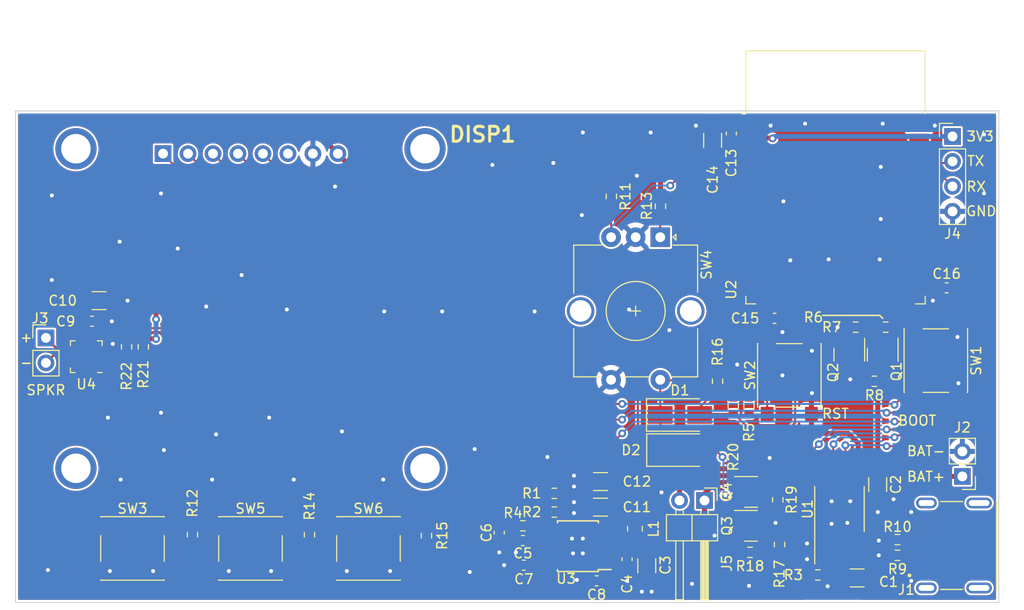
<source format=kicad_pcb>
(kicad_pcb (version 20211014) (generator pcbnew)
  (layers (0 "F.Cu" signal) (31 "B.Cu" signal) (34 "B.Paste" user) (35 "F.Paste" user) (36 "B.SilkS" user "B.Silkscreen") (37 "F.SilkS" user "F.Silkscreen") (38 "B.Mask" user) (39 "F.Mask" user) (44 "Edge.Cuts" user))
  (net 0 "")
  (net 1 "OLED_MOSI")
  (net 2 "OLED_CLK")
  (net 3 "OLED_CS")
  (net 4 "OLED_DC")
  (net 5 "OLED_RST")
  (net 7 "+3V3")
  (net 8 "Net-(R3-Pad1)")
  (net 9 "+5V")
  (net 10 "+BATT")
  (net 11 "Net-(R21-Pad1)")
  (net 13 "CHRG")
  (net 14 "STBY")
  (net 15 "I2S_DIN")
  (net 22 "I2S_SD_MODE")
  (net 23 "I2S_LRCLK")
  (net 24 "Net-(C3-Pad1)")
  (net 27 "Net-(C15-Pad2)")
  (net 28 "Net-(C16-Pad1)")
  (net 31 "Net-(C8-Pad2)")
  (net 32 "Net-(L1-Pad1)")
  (net 33 "Net-(R1-Pad2)")
  (net 34 "Net-(C5-Pad1)")
  (net 36 "Net-(C7-Pad1)")
  (net 37 "I2S_BCLK")
  (net 38 "Net-(J3-Pad1)")
  (net 39 "Net-(J3-Pad2)")
  (net 40 "Net-(C6-Pad1)")
  (net 43 "Net-(D2-Pad2)")
  (net 49 "Net-(J1-PadA5)")
  (net 52 "Net-(J1-PadB5)")
  (net 53 "Net-(J4-Pad2)")
  (net 59 "Net-(J4-Pad3)")
  (net 60 "Net-(Q1-Pad1)")
  (net 61 "Net-(Q1-Pad2)")
  (net 62 "ADC_ENABLE")
  (net 63 "Net-(Q3-Pad2)")
  (net 64 "ADC IN")
  (net 65 "ENC_B")
  (net 66 "BTN_1")
  (net 67 "ENC_A")
  (net 68 "BTN_2")
  (net 69 "BTN_3")
  (net 70 "ENC_BTN")
  (net 71 "PWR_CTRL")
  (net 72 "GND")
  (net 73 "ENC_S1")
  (footprint "Capacitor_SMD:C_1206_3216Metric" (layer "F.Cu") (at 115.6 77.5 180)
    (fp_text reference "C1")
    (fp_text value "10u")
  )
  (footprint "Package_TO_SOT_SMD:SOT-23" (layer "F.Cu") (at 118.2 54.8 -90)
    (fp_text reference "Q1")
    (fp_text value "Q_PMOS_DGS")
  )
  (footprint "Capacitor_SMD:C_0603_1608Metric" (layer "F.Cu") (at 124.7 48)
    (fp_text reference "C16")
    (fp_text value "100n")
  )
  (footprint "Package_TO_SOT_SMD:SOT-23" (layer "F.Cu") (at 104.8 72.2)
    (fp_text reference "Q3")
    (fp_text value "Q_NMOS_DGS")
  )
  (footprint "Capacitor_SMD:C_0603_1608Metric" (layer "F.Cu") (at 81.7 76.2 180)
    (fp_text reference "C7")
    (fp_text value "10n")
  )
  (footprint "Package_SO:SOP-8-1EP_4.57x4.57mm_P1.27mm_EP4.57x4.45mm" (layer "F.Cu") (at 113.8 70.5 90)
    (fp_text reference "U1")
    (fp_text value "TP4056")
  )
  (footprint "Resistor_SMD:R_0603_1608Metric" (layer "F.Cu") (at 90.6 38.7 -90)
    (fp_text reference "R11")
    (fp_text value "10k")
  )
  (footprint "Resistor_SMD:R_0603_1608Metric" (layer "F.Cu") (at 111.6 77.2 180)
    (fp_text reference "R3")
    (fp_text value "1k2")
  )
  (footprint "Resistor_SMD:R_0603_1608Metric" (layer "F.Cu") (at 95.6 39.7 -90)
    (fp_text reference "R13")
    (fp_text value "10k")
  )
  (footprint "Resistor_SMD:R_0603_1608Metric" (layer "F.Cu") (at 107.7 74.1 90)
    (fp_text reference "R17")
    (fp_text value "10k")
  )
  (footprint "Capacitor_SMD:C_1206_3216Metric" (layer "F.Cu") (at 100.9 33 -90)
    (fp_text reference "C14")
    (fp_text value "10u")
  )
  (footprint "Resistor_SMD:R_0603_1608Metric" (layer "F.Cu") (at 104.7 74.9)
    (fp_text reference "R18")
    (fp_text value "100")
  )
  (footprint "RF_Module:ESP32-WROOM-32" (layer "F.Cu") (at 113.4 39.75)
    (fp_text reference "U2")
    (fp_text value "ESP32-WROOM-32")
  )
  (footprint "wyswietlacze:L_2010Metric" (layer "F.Cu") (at 93 72.5 90)
    (fp_text reference "L1")
    (fp_text value "2.2u")
  )
  (footprint "Button_Switch_SMD:SW_Push_1P1T_NO_6x6mm_H9.5mm" (layer "F.Cu") (at 53.9 74.5)
    (fp_text reference "SW5")
    (fp_text value "SW_2")
  )
  (footprint "wyswietlacze:MOLEX_105450-0101" (layer "F.Cu") (at 126 74.2 90)
    (fp_text reference "J1")
    (fp_text value "105450-0101")
  )
  (footprint "Package_SO:TI_SO-PowerPAD-8" (layer "F.Cu") (at 87.2035 74.275 180)
    (fp_text reference "U3")
    (fp_text value "TPS5432")
  )
  (footprint "Capacitor_SMD:C_0603_1608Metric" (layer "F.Cu") (at 92.2 75.6 -90)
    (fp_text reference "C4")
    (fp_text value "100n")
  )
  (footprint "Resistor_SMD:R_0603_1608Metric" (layer "F.Cu") (at 59.9 73.1 90)
    (fp_text reference "R14")
    (fp_text value "10k")
  )
  (footprint "Resistor_SMD:R_0603_1608Metric" (layer "F.Cu") (at 84.8 68.9 180)
    (fp_text reference "R1")
    (fp_text value "47k")
  )
  (footprint "Connector_PinHeader_2.54mm:PinHeader_1x02_P2.54mm_Vertical" (layer "F.Cu") (at 33.1 53.09)
    (fp_text reference "J3")
    (fp_text value "Conn_01x02")
  )
  (footprint "Capacitor_SMD:C_0603_1608Metric" (layer "F.Cu") (at 102.8 32.3 -90)
    (fp_text reference "C13")
    (fp_text value "100n")
  )
  (footprint "Resistor_SMD:R_0603_1608Metric" (layer "F.Cu") (at 115.45 52 180)
    (fp_text reference "R7")
    (fp_text value "330k")
  )
  (footprint "Capacitor_SMD:C_0603_1608Metric" (layer "F.Cu") (at 89.1 77.8)
    (fp_text reference "C8")
    (fp_text value "100n")
  )
  (footprint "Capacitor_SMD:C_0603_1608Metric" (layer "F.Cu") (at 81.6 73.7 180)
    (fp_text reference "C5")
    (fp_text value "56n")
  )
  (footprint "Package_TO_SOT_SMD:SOT-23" (layer "F.Cu") (at 104.825 68.75)
    (fp_text reference "Q4")
    (fp_text value "Q_PMOS_DGS")
  )
  (footprint "Button_Switch_SMD:SW_Push_1P1T_NO_6x6mm_H9.5mm" (layer "F.Cu") (at 41.9 74.5)
    (fp_text reference "SW3")
    (fp_text value "SW_1")
  )
  (footprint "Capacitor_SMD:C_1206_3216Metric" (layer "F.Cu") (at 89.5 70.3 180)
    (fp_text reference "C11")
    (fp_text value "22u")
  )
  (footprint "Resistor_SMD:R_0603_1608Metric" (layer "F.Cu") (at 41.3 54 90)
    (fp_text reference "R22")
    (fp_text value "100k")
  )
  (footprint "Package_TO_SOT_SMD:SOT-23" (layer "F.Cu") (at 114.8 54.8 -90)
    (fp_text reference "Q2")
    (fp_text value "Q_NMOS_DGS")
  )
  (footprint "Button_Switch_SMD:SW_Push_1P1T_NO_6x6mm_H9.5mm" (layer "F.Cu") (at 65.9 74.5)
    (fp_text reference "SW6")
    (fp_text value "SW_3")
  )
  (footprint "Resistor_SMD:R_0603_1608Metric" (layer "F.Cu") (at 43 54 90)
    (fp_text reference "R21")
    (fp_text value "100k")
  )
  (footprint "Connector_PinHeader_2.54mm:PinHeader_1x02_P2.54mm_Vertical" (layer "F.Cu") (at 126.3 67.175 180)
    (fp_text reference "J2")
    (fp_text value "Conn_01x02")
  )
  (footprint "Capacitor_SMD:C_1206_3216Metric" (layer "F.Cu") (at 38.5 49.3 180)
    (fp_text reference "C10")
    (fp_text value "10u")
  )
  (footprint "Diode_SMD:D_SMA" (layer "F.Cu") (at 97.575 60.925)
    (fp_text reference "D1")
    (fp_text value "D_Schottky")
  )
  (footprint "Capacitor_SMD:C_0603_1608Metric" (layer "F.Cu") (at 107.2 51.1 180)
    (fp_text reference "C15")
    (fp_text value "100n")
  )
  (footprint "Capacitor_SMD:C_1206_3216Metric" (layer "F.Cu") (at 89.5 67.7 180)
    (fp_text reference "C12")
    (fp_text value "22u")
  )
  (footprint "Capacitor_SMD:C_0603_1608Metric" (layer "F.Cu") (at 79.2 72.9 -90)
    (fp_text reference "C6")
    (fp_text value "5n6")
  )
  (footprint "Resistor_SMD:R_0603_1608Metric" (layer "F.Cu") (at 103 60 -90)
    (fp_text reference "R20")
    (fp_text value "10k")
  )
  (footprint "Diode_SMD:D_SMA" (layer "F.Cu") (at 97.6 64.5)
    (fp_text reference "D2")
    (fp_text value "D_Schottky")
  )
  (footprint "Rotary_Encoder:RotaryEncoder_Alps_EC12E-Switch_Vertical_H20mm_CircularMountingHoles" (layer "F.Cu") (at 95.575 42.85 -90)
    (fp_text reference "SW4")
    (fp_text value "Rot_Enc")
  )
  (footprint "Resistor_SMD:R_0603_1608Metric" (layer "F.Cu") (at 119.7 75.2 180)
    (fp_text reference "R9")
    (fp_text value "5k1")
  )
  (footprint "Resistor_SMD:R_0603_1608Metric" (layer "F.Cu") (at 101.4 57.5 90)
    (fp_text reference "R16")
    (fp_text value "0")
  )
  (footprint "Connector_PinHeader_2.54mm:PinHeader_1x02_P2.54mm_Horizontal" (layer "F.Cu") (at 100.075 69.625 -90)
    (fp_text reference "J5")
    (fp_text value "Conn_01x02_Male")
  )
  (footprint "Resistor_SMD:R_0603_1608Metric" (layer "F.Cu") (at 48 73.1 90)
    (fp_text reference "R12")
    (fp_text value "10k")
  )
  (footprint "Capacitor_SMD:C_0603_1608Metric" (layer "F.Cu") (at 37.8 51.4 180)
    (fp_text reference "C9")
    (fp_text value "100n")
  )
  (footprint "Connector_PinHeader_2.54mm:PinHeader_1x04_P2.54mm_Vertical" (layer "F.Cu") (at 125.3 32.6)
    (fp_text reference "J4")
    (fp_text value "Conn_01x04")
  )
  (footprint "Resistor_SMD:R_0603_1608Metric" (layer "F.Cu") (at 118.5 52 180)
    (fp_text reference "R6")
    (fp_text value "100k")
  )
  (footprint "Resistor_SMD:R_0603_1608Metric" (layer "F.Cu") (at 119.7 73.6 180)
    (fp_text reference "R10")
    (fp_text value "5k1")
  )
  (footprint "Resistor_SMD:R_0603_1608Metric" (layer "F.Cu") (at 107.525 69.55 -90)
    (fp_text reference "R19")
    (fp_text value "10k")
  )
  (footprint "Resistor_SMD:R_0603_1608Metric" (layer "F.Cu") (at 84.806 70.8)
    (fp_text reference "R2")
    (fp_text value "15k")
  )
  (footprint "Resistor_SMD:R_0603_1608Metric" (layer "F.Cu") (at 81.6 72.2 180)
    (fp_text reference "R4")
    (fp_text value "5k6")
  )
  (footprint "wyswietlacze:waveshare_oled" (layer "F.Cu") (at 53.9 50.1)
    (fp_text reference "DISP1")
    (fp_text value "OLED(B)" hide)
  )
  (footprint "Capacitor_SMD:C_1206_3216Metric" (layer "F.Cu") (at 94.2035 76.275 -90)
    (fp_text reference "C3")
    (fp_text value "10u")
  )
  (footprint "Resistor_SMD:R_0603_1608Metric" (layer "F.Cu") (at 117.35 57.5 180)
    (fp_text reference "R8")
    (fp_text value "10k")
  )
  (footprint "Button_Switch_SMD:SW_Push_1P1T_NO_6x6mm_H9.5mm" (layer "F.Cu") (at 108.7 56.9 -90)
    (fp_text reference "SW2")
    (fp_text value "SW_RST")
  )
  (footprint "Package_DFN_QFN:TQFN-16-1EP_3x3mm_P0.5mm_EP1.23x1.23mm" (layer "F.Cu") (at 37.2 55 180)
    (fp_text reference "U4")
    (fp_text value "MAX98357")
  )
  (footprint "Resistor_SMD:R_0603_1608Metric" (layer "F.Cu") (at 104.6 60 -90)
    (fp_text reference "R5")
    (fp_text value "10k")
  )
  (footprint "Button_Switch_SMD:SW_Push_1P1T_NO_6x6mm_H9.5mm" (layer "F.Cu") (at 123.6 55.4 90)
    (fp_text reference "SW1")
    (fp_text value "SW_BOOT")
  )
  (footprint "Resistor_SMD:R_0603_1608Metric" (layer "F.Cu") (at 71.8 73.2 90)
    (fp_text reference "R15")
    (fp_text value "10k")
  )
  (footprint "Capacitor_SMD:C_1206_3216Metric" (layer "F.Cu") (at 117.69 68 -90)
    (fp_text reference "C2")
    (fp_text value "10u")
  )
  (gr_line (start 117.9 50.8) (end 118.2 51.1) (layer "F.SilkS") (width 0.15))
  (gr_line (start 117.1 50.8) (end 117.9 50.8) (layer "F.SilkS") (width 0.15))
  (gr_line (start 112.1 50.8) (end 117.1 50.8) (layer "F.SilkS") (width 0.15))
  (gr_rect (start 30 80) (end 130 30) (layer "Edge.Cuts") (width 0.1) (fill none))
  (gr_text "BAT+" (at 122.6 67.2) (layer "F.SilkS") (effects (font (size 1 1))))
  (gr_text "RX" (at 126.63 37.71) (layer "F.SilkS") (effects (font (size 1 1)) (justify left)))
  (gr_text "GND" (at 126.6 40.2) (layer "F.SilkS") (effects (font (size 1 1)) (justify left)))
  (gr_text "-\n" (at 31.1 55.6) (layer "F.SilkS") (effects (font (size 1 1))))
  (gr_text "SPKR" (at 33.1 58.4) (layer "F.SilkS") (effects (font (size 1 1))))
  (gr_text "BAT-" (at 122.6 64.6) (layer "F.SilkS") (effects (font (size 1 1))))
  (gr_text "BOOT" (at 121.7 61.5) (layer "F.SilkS") (effects (font (size 1 1))))
  (gr_text "3V3" (at 126.63 32.6) (layer "F.SilkS") (effects (font (size 1 1)) (justify left)))
  (gr_text "TX" (at 126.7 35.1) (layer "F.SilkS") (effects (font (size 1 1)) (justify left)))
  (gr_text "RST" (at 113.4 60.8) (layer "F.SilkS") (effects (font (size 1 1))))
  (gr_text "+" (at 31.1 53.04) (layer "F.SilkS") (effects (font (size 1 1))))
  (segment (start 101.455 37.845) (end 104.9 37.845) (width 0.2) (layer "F.Cu") (net 1))
  (segment (start 88.4 44.8) (end 97.2 44.8) (width 0.2) (layer "F.Cu") (net 1))
  (segment (start 98.2 41.1) (end 101.455 37.845) (width 0.2) (layer "F.Cu") (net 1))
  (segment (start 55.17 34.35) (end 61.12 40.3) (width 0.2) (layer "F.Cu") (net 1))
  (segment (start 97.2 44.8) (end 98.2 43.8) (width 0.2) (layer "F.Cu") (net 1))
  (segment (start 83.9 40.3) (end 88.4 44.8) (width 0.2) (layer "F.Cu") (net 1))
  (segment (start 61.12 40.3) (end 83.9 40.3) (width 0.2) (layer "F.Cu") (net 1))
  (segment (start 98.2 43.8) (end 98.2 41.1) (width 0.2) (layer "F.Cu") (net 1))
  (segment (start 52.63 34.35) (end 60.88 42.6) (width 0.2) (layer "F.Cu") (net 2))
  (segment (start 99.3 44.2) (end 99.3 42.4) (width 0.2) (layer "F.Cu") (net 2))
  (segment (start 83.5 42.6) (end 86.5 45.6) (width 0.2) (layer "F.Cu") (net 2))
  (segment (start 102.585 39.115) (end 104.9 39.115) (width 0.2) (layer "F.Cu") (net 2))
  (segment (start 97.9 45.6) (end 99.3 44.2) (width 0.2) (layer "F.Cu") (net 2))
  (segment (start 60.88 42.6) (end 83.5 42.6) (width 0.2) (layer "F.Cu") (net 2))
  (segment (start 99.3 42.4) (end 102.585 39.115) (width 0.2) (layer "F.Cu") (net 2))
  (segment (start 86.5 45.6) (end 97.9 45.6) (width 0.2) (layer "F.Cu") (net 2))
  (segment (start 102.815 40.385) (end 104.9 40.385) (width 0.2) (layer "F.Cu") (net 3))
  (segment (start 100.4 42.8) (end 102.815 40.385) (width 0.2) (layer "F.Cu") (net 3))
  (segment (start 85.8 46.3) (end 98.4 46.3) (width 0.2) (layer "F.Cu") (net 3))
  (segment (start 60.14 44.4) (end 83.9 44.4) (width 0.2) (layer "F.Cu") (net 3))
  (segment (start 50.09 34.35) (end 60.14 44.4) (width 0.2) (layer "F.Cu") (net 3))
  (segment (start 83.9 44.4) (end 85.8 46.3) (width 0.2) (layer "F.Cu") (net 3))
  (segment (start 100.4 44.3) (end 100.4 42.8) (width 0.2) (layer "F.Cu") (net 3))
  (segment (start 98.4 46.3) (end 100.4 44.3) (width 0.2) (layer "F.Cu") (net 3))
  (segment (start 47.55 34.35) (end 59.3 46.1) (width 0.2) (layer "F.Cu") (net 4))
  (segment (start 84.6 47) (end 98.7 47) (width 0.2) (layer "F.Cu") (net 4))
  (segment (start 101.7 44) (end 101.7 43.4) (width 0.2) (layer "F.Cu") (net 4))
  (segment (start 59.3 46.1) (end 83.7 46.1) (width 0.2) (layer "F.Cu") (net 4))
  (segment (start 101.7 43.4) (end 103.445 41.655) (width 0.2) (layer "F.Cu") (net 4))
  (segment (start 103.445 41.655) (end 104.9 41.655) (width 0.2) (layer "F.Cu") (net 4))
  (segment (start 83.7 46.1) (end 84.6 47) (width 0.2) (layer "F.Cu") (net 4))
  (segment (start 98.7 47) (end 101.7 44) (width 0.2) (layer "F.Cu") (net 4))
  (segment (start 45.01 34.41) (end 58.3 47.7) (width 0.2) (layer "F.Cu") (net 5))
  (segment (start 45.01 34.35) (end 45.01 34.41) (width 0.2) (layer "F.Cu") (net 5))
  (segment (start 103.875 42.925) (end 104.9 42.925) (width 0.2) (layer "F.Cu") (net 5))
  (segment (start 58.3 47.7) (end 99.1 47.7) (width 0.2) (layer "F.Cu") (net 5))
  (segment (start 99.1 47.7) (end 103.875 42.925) (width 0.2) (layer "F.Cu") (net 5))
  (segment (start 97.375 34.475) (end 100.9 34.475) (width 0.5) (layer "F.Cu") (net 7))
  (segment (start 62.79 34.39) (end 66.3 37.9) (width 0.5) (layer "F.Cu") (net 7))
  (segment (start 44.3 49.6) (end 41.8 47.1) (width 0.5) (layer "F.Cu") (net 7))
  (segment (start 37.025 49.3) (end 37.025 51.4) (width 0.5) (layer "F.Cu") (net 7))
  (segment (start 91.025 66.175) (end 93.3 63.9) (width 0.2) (layer "F.Cu") (net 7))
  (segment (start 44.3 51.2) (end 44.3 49.6) (width 0.5) (layer "F.Cu") (net 7))
  (segment (start 100.9 34.475) (end 101.4 34.475) (width 0.5) (layer "F.Cu") (net 7))
  (segment (start 38.2 47.1) (end 37.025 48.275) (width 0.5) (layer "F.Cu") (net 7))
  (segment (start 74.075 74.025) (end 81.325 66.775) (width 0.5) (layer "F.Cu") (net 7))
  (segment (start 37.025 48.275) (end 37.025 49.3) (width 0.5) (layer "F.Cu") (net 7))
  (segment (start 90.7 65.9) (end 90.975 66.175) (width 0.5) (layer "F.Cu") (net 7))
  (segment (start 101.4 34.475) (end 102.8 33.075) (width 0.5) (layer "F.Cu") (net 7))
  (segment (start 86.5 65.9) (end 90.7 65.9) (width 0.5) (layer "F.Cu") (net 7))
  (segment (start 103.11 32.765) (end 104.9 32.765) (width 0.5) (layer "F.Cu") (net 7))
  (segment (start 37.025 39.575) (end 41.9 34.7) (width 0.5) (layer "F.Cu") (net 7))
  (segment (start 91 67.725) (end 90.975 67.7) (width 0.5) (layer "F.Cu") (net 7))
  (segment (start 94.4 55.8) (end 102.1 55.8) (width 0.2) (layer "F.Cu") (net 7))
  (segment (start 90.575 37.9) (end 90.6 37.875) (width 0.5) (layer "F.Cu") (net 7))
  (segment (start 41.9 33.4) (end 43.4 31.9) (width 0.5) (layer "F.Cu") (net 7))
  (segment (start 85.625 68.9) (end 85.625 66.775) (width 0.5) (layer "F.Cu") (net 7))
  (segment (start 62.79 34.35) (end 62.79 34.39) (width 0.5) (layer "F.Cu") (net 7))
  (segment (start 66.3 37.9) (end 90.575 37.9) (width 0.5) (layer "F.Cu") (net 7))
  (segment (start 36.95 53.5625) (end 36.95 51.475) (width 0.2) (layer "F.Cu") (net 7))
  (segment (start 90.6 35.175) (end 91.3 34.475) (width 0.5) (layer "F.Cu") (net 7))
  (segment (start 102.1 55.8) (end 103 56.7) (width 0.2) (layer "F.Cu") (net 7))
  (segment (start 31.3 51.5) (end 33.5 49.3) (width 0.5) (layer "F.Cu") (net 7))
  (segment (start 43.4 31.9) (end 60.34 31.9) (width 0.5) (layer "F.Cu") (net 7))
  (segment (start 48 73.925) (end 59.9 73.925) (width 0.5) (layer "F.Cu") (net 7))
  (segment (start 95.6 36.25) (end 97.375 34.475) (width 0.5) (layer "F.Cu") (net 7))
  (segment (start 71.7 73.925) (end 71.8 74.025) (width 0.5) (layer "F.Cu") (net 7))
  (segment (start 43 53.175) (end 44.275 53.175) (width 0.5) (layer "F.Cu") (net 7))
  (segment (start 95.6 38.875) (end 95.6 36.25) (width 0.5) (layer "F.Cu") (net 7))
  (segment (start 60.34 31.9) (end 62.79 34.35) (width 0.5) (layer "F.Cu") (net 7))
  (segment (start 48 73.925) (end 35.825 73.925) (width 0.5) (layer "F.Cu") (net 7))
  (segment (start 90.975 66.175) (end 90.975 67.7) (width 0.5) (layer "F.Cu") (net 7))
  (segment (start 36.95 51.475) (end 37.025 51.4) (width 0.5) (layer "F.Cu") (net 7))
  (segment (start 103 59.175) (end 104.6 59.175) (width 0.2) (layer "F.Cu") (net 7))
  (segment (start 93.3 56.9) (end 94.4 55.8) (width 0.2) (layer "F.Cu") (net 7))
  (segment (start 81.325 66.775) (end 85.625 66.775) (width 0.5) (layer "F.Cu") (net 7))
  (segment (start 93 71.775) (end 91.95 71.775) (width 0.5) (layer "F.Cu") (net 7))
  (segment (start 106.965 32.765) (end 107 32.8) (width 0.5) (layer "F.Cu") (net 7))
  (segment (start 59.9 73.925) (end 71.7 73.925) (width 0.5) (layer "F.Cu") (net 7))
  (segment (start 91 70.825) (end 91 67.725) (width 0.5) (layer "F.Cu") (net 7))
  (segment (start 33.5 49.3) (end 37.025 49.3) (width 0.5) (layer "F.Cu") (net 7))
  (segment (start 71.8 74.025) (end 74.075 74.025) (width 0.5) (layer "F.Cu") (net 7))
  (segment (start 41.9 34.7) (end 41.9 33.4) (width 0.5) (layer "F.Cu") (net 7))
  (segment (start 37.025 49.3) (end 37.025 39.575) (width 0.5) (layer "F.Cu") (net 7))
  (segment (start 44.275 53.175) (end 44.3 53.2) (width 0.5) (layer "F.Cu") (net 7))
  (segment (start 85.625 66.775) (end 86.5 65.9) (width 0.5) (layer "F.Cu") (net 7))
  (segment (start 90.6 37.875) (end 90.6 35.175) (width 0.5) (layer "F.Cu") (net 7))
  (segment (start 90.975 66.175) (end 91.025 66.175) (width 0.5) (layer "F.Cu") (net 7))
  (segment (start 93.3 63.9) (end 93.3 56.9) (width 0.2) (layer "F.Cu") (net 7))
  (segment (start 104.9 32.765) (end 106.965 32.765) (width 0.5) (layer "F.Cu") (net 7))
  (segment (start 31.3 69.4) (end 31.3 51.5) (width 0.5) (layer "F.Cu") (net 7))
  (segment (start 91.3 34.475) (end 97.375 34.475) (width 0.5) (layer "F.Cu") (net 7))
  (segment (start 41.8 47.1) (end 38.2 47.1) (width 0.5) (layer "F.Cu") (net 7))
  (segment (start 91.95 71.775) (end 91 70.825) (width 0.5) (layer "F.Cu") (net 7))
  (segment (start 103 56.7) (end 103 59.175) (width 0.2) (layer "F.Cu") (net 7))
  (segment (start 35.825 73.925) (end 31.3 69.4) (width 0.5) (layer "F.Cu") (net 7))
  (segment (start 102.8 33.075) (end 103.11 32.765) (width 0.5) (layer "F.Cu") (net 7))
  (via (at 44.3 53.2) (size 0.8) (drill 0.4) (layers "F.Cu" "B.Cu") (net 7))
  (via (at 44.3 51.2) (size 0.8) (drill 0.4) (layers "F.Cu" "B.Cu") (net 7))
  (via (at 107 32.8) (size 0.8) (drill 0.4) (layers "F.Cu" "B.Cu") (net 7))
  (segment (start 44.3 53.2) (end 44.3 51.2) (width 0.5) (layer "B.Cu") (net 7))
  (segment (start 108.6 32.6) (end 107.2 32.6) (width 0.5) (layer "B.Cu") (net 7))
  (segment (start 125.3 32.6) (end 108.4 32.6) (width 0.5) (layer "B.Cu") (net 7))
  (segment (start 107.2 32.6) (end 107 32.8) (width 0.5) (layer "B.Cu") (net 7))
  (segment (start 112.425 77.2) (end 112.425 76.975) (width 0.2) (layer "F.Cu") (net 8))
  (segment (start 113.165 76.235) (end 113.165 74.65) (width 0.2) (layer "F.Cu") (net 8))
  (segment (start 112.425 76.975) (end 113.165 76.235) (width 0.2) (layer "F.Cu") (net 8))
  (segment (start 111.35 66.35) (end 111.895 66.35) (width 0.5) (layer "F.Cu") (net 9))
  (segment (start 121.7 75.7) (end 122.8 75.7) (width 0.25) (layer "F.Cu") (net 9))
  (segment (start 115.705 76.13) (end 117.075 77.5) (width 0.5) (layer "F.Cu") (net 9))
  (segment (start 117.265 77.6) (end 115.665 79.2) (width 0.5) (layer "F.Cu") (net 9))
  (segment (start 117.55 72.75) (end 117.547918 72.75) (width 0.5) (layer "F.Cu") (net 9))
  (segment (start 110.5 79.2) (end 109.4 78.1) (width 0.5) (layer "F.Cu") (net 9))
  (segment (start 123.05 75.45) (end 123.73 75.45) (width 0.25) (layer "F.Cu") (net 9))
  (segment (start 109.4 68.3) (end 111.35 66.35) (width 0.5) (layer "F.Cu") (net 9))
  (segment (start 123.73 72.95) (end 123.05 72.95) (width 0.25) (layer "F.Cu") (net 9))
  (segment (start 123.05 72.95) (end 122.8 72.7) (width 0.25) (layer "F.Cu") (net 9))
  (segment (start 119.1 77.5) (end 119.9 77.5) (width 0.25) (layer "F.Cu") (net 9))
  (segment (start 121.1 72.2) (end 118.1 72.2) (width 0.5) (layer "F.Cu") (net 9))
  (segment (start 109.4 78.1) (end 109.4 68.3) (width 0.5) (layer "F.Cu") (net 9))
  (segment (start 119.9 77.5) (end 121.7 75.7) (width 0.25) (layer "F.Cu") (net 9))
  (segment (start 117.547918 72.75) (end 115.705 74.592918) (width 0.5) (layer "F.Cu") (net 9))
  (segment (start 118.1 72.2) (end 117.55 72.75) (width 0.5) (layer "F.Cu") (net 9))
  (segment (start 122.8 72.7) (end 121.6 72.7) (width 0.25) (layer "F.Cu") (net 9))
  (segment (start 115.665 79.2) (end 110.5 79.2) (width 0.5) (layer "F.Cu") (net 9))
  (segment (start 121.6 72.7) (end 121.1 72.2) (width 0.25) (layer "F.Cu") (net 9))
  (segment (start 122.8 75.7) (end 123.05 75.45) (width 0.25) (layer "F.Cu") (net 9))
  (segment (start 119.1 77.5) (end 117.075 77.5) (width 0.5) (layer "F.Cu") (net 9))
  (segment (start 115.705 74.592918) (end 115.705 76.13) (width 0.5) (layer "F.Cu") (net 9))
  (segment (start 118.175 57.5) (end 118.175 55.7625) (width 0.5) (layer "F.Cu") (net 10))
  (segment (start 118.175 58.325) (end 118.175 57.5) (width 0.5) (layer "F.Cu") (net 10))
  (segment (start 114.7 62.8) (end 115.705 63.805) (width 0.5) (layer "F.Cu") (net 10))
  (segment (start 107.525 66.375) (end 107.525 68.725) (width 0.5) (layer "F.Cu") (net 10))
  (segment (start 117.69 66.525) (end 123.4 66.525) (width 0.5) (layer "F.Cu") (net 10))
  (segment (start 115.705 66.5) (end 117.665 66.5) (width 0.5) (layer "F.Cu") (net 10))
  (segment (start 97.535 68.225) (end 99.36 66.4) (width 0.5) (layer "F.Cu") (net 10))
  (segment (start 110 63.9) (end 107.525 66.375) (width 0.5) (layer "F.Cu") (net 10))
  (segment (start 110.075 63.875) (end 111.15 62.8) (width 0.5) (layer "F.Cu") (net 10))
  (segment (start 103.4 66.4) (end 105.925 63.875) (width 0.5) (layer "F.Cu") (net 10))
  (segment (start 123.4 66.525) (end 124.05 67.175) (width 0.5) (layer "F.Cu") (net 10))
  (segment (start 97.535 69.625) (end 97.535 68.225) (width 0.5) (layer "F.Cu") (net 10))
  (segment (start 124.05 67.175) (end 126.3 67.175) (width 0.5) (layer "F.Cu") (net 10))
  (segment (start 99.36 66.4) (end 103.4 66.4) (width 0.5) (layer "F.Cu") (net 10))
  (segment (start 107.5 68.75) (end 107.525 68.725) (width 0.5) (layer "F.Cu") (net 10))
  (segment (start 111.15 62.8) (end 114.7 62.8) (width 0.5) (layer "F.Cu") (net 10))
  (segment (start 105.925 63.875) (end 110.075 63.875) (width 0.5) (layer "F.Cu") (net 10))
  (segment (start 117.69 58.81) (end 118.175 58.325) (width 0.5) (layer "F.Cu") (net 10))
  (segment (start 117.665 66.5) (end 117.69 66.525) (width 0.5) (layer "F.Cu") (net 10))
  (segment (start 115.705 63.805) (end 115.705 66.5) (width 0.5) (layer "F.Cu") (net 10))
  (segment (start 117.69 66.525) (end 117.69 58.81) (width 0.5) (layer "F.Cu") (net 10))
  (segment (start 118.175 55.7625) (end 118.2 55.7375) (width 0.5) (layer "F.Cu") (net 10))
  (segment (start 105.7625 68.75) (end 107.5 68.75) (width 0.5) (layer "F.Cu") (net 10))
  (segment (start 39.55 55.25) (end 39.975 54.825) (width 0.2) (layer "F.Cu") (net 11))
  (segment (start 39.975 54.825) (end 43 54.825) (width 0.2) (layer "F.Cu") (net 11))
  (segment (start 38.6375 55.25) (end 39.55 55.25) (width 0.2) (layer "F.Cu") (net 11))
  (segment (start 124.55 62.2) (end 127.05 62.2) (width 0.2) (layer "F.Cu") (net 13))
  (segment (start 127.05 62.2) (end 128.4 60.85) (width 0.2) (layer "F.Cu") (net 13))
  (segment (start 123.75 63) (end 124.55 62.2) (width 0.2) (layer "F.Cu") (net 13))
  (segment (start 123.155 41.655) (end 121.9 41.655) (width 0.2) (layer "F.Cu") (net 13))
  (segment (start 126.025 42.925) (end 124.425 42.925) (width 0.2) (layer "F.Cu") (net 13))
  (segment (start 128.4 60.85) (end 128.4 45.3) (width 0.2) (layer "F.Cu") (net 13))
  (segment (start 119.6 63) (end 123.75 63) (width 0.2) (layer "F.Cu") (net 13))
  (segment (start 119.4 63.2) (end 119.6 63) (width 0.2) (layer "F.Cu") (net 13))
  (segment (start 113.165 63.935) (end 113.165 66.55) (width 0.2) (layer "F.Cu") (net 13))
  (segment (start 124.425 42.925) (end 123.155 41.655) (width 0.2) (layer "F.Cu") (net 13))
  (segment (start 113.2 63.9) (end 113.165 63.935) (width 0.2) (layer "F.Cu") (net 13))
  (segment (start 128.4 45.3) (end 126.025 42.925) (width 0.2) (layer "F.Cu") (net 13))
  (via (at 113.2 63.9) (size 0.8) (drill 0.4) (layers "F.Cu" "B.Cu") (net 13))
  (via (at 119.4 63.2) (size 0.8) (drill 0.4) (layers "F.Cu" "B.Cu") (net 13))
  (segment (start 113.9 63.2) (end 119.4 63.2) (width 0.2) (layer "B.Cu") (net 13))
  (segment (start 113.2 63.9) (end 113.9 63.2) (width 0.2) (layer "B.Cu") (net 13))
  (segment (start 129.1 61.2) (end 129.1 44.5) (width 0.2) (layer "F.Cu") (net 14))
  (segment (start 126.4 41.8) (end 124.5 41.8) (width 0.2) (layer "F.Cu") (net 14))
  (segment (start 118.6 64.1) (end 123.8 64.1) (width 0.2) (layer "F.Cu") (net 14))
  (segment (start 129.1 44.5) (end 126.4 41.8) (width 0.2) (layer "F.Cu") (net 14))
  (segment (start 123.085 40.385) (end 121.9 40.385) (width 0.2) (layer "F.Cu") (net 14))
  (segment (start 125 62.9) (end 127.4 62.9) (width 0.2) (layer "F.Cu") (net 14))
  (segment (start 127.4 62.9) (end 129.1 61.2) (width 0.2) (layer "F.Cu") (net 14))
  (segment (start 124.5 41.8) (end 123.085 40.385) (width 0.2) (layer "F.Cu") (net 14))
  (segment (start 114.4 64) (end 114.4 66.515) (width 0.2) (layer "F.Cu") (net 14))
  (segment (start 123.8 64.1) (end 125 62.9) (width 0.2) (layer "F.Cu") (net 14))
  (via (at 118.6 64.1) (size 0.8) (drill 0.4) (layers "F.Cu" "B.Cu") (net 14))
  (via (at 114.4 64) (size 0.8) (drill 0.4) (layers "F.Cu" "B.Cu") (net 14))
  (segment (start 114.4 64) (end 118.5 64) (width 0.2) (layer "B.Cu") (net 14))
  (segment (start 118.5 64) (end 118.6 64.1) (width 0.2) (layer "B.Cu") (net 14))
  (segment (start 101.7 50.6) (end 101.7 47.5) (width 0.2) (layer "F.Cu") (net 15))
  (segment (start 87.767157 53.5) (end 98.8 53.5) (width 0.2) (layer "F.Cu") (net 15))
  (segment (start 98.8 53.5) (end 101.7 50.6) (width 0.2) (layer "F.Cu") (net 15))
  (segment (start 38.6375 55.75) (end 45.15 55.75) (width 0.2) (layer "F.Cu") (net 15))
  (segment (start 45.15 55.75) (end 46.2 54.7) (width 0.2) (layer "F.Cu") (net 15))
  (segment (start 86.567157 54.7) (end 87.767157 53.5) (width 0.2) (layer "F.Cu") (net 15))
  (segment (start 101.7 47.5) (end 103.735 45.465) (width 0.2) (layer "F.Cu") (net 15))
  (segment (start 103.735 45.465) (end 104.9 45.465) (width 0.2) (layer "F.Cu") (net 15))
  (segment (start 46.2 54.7) (end 86.567157 54.7) (width 0.2) (layer "F.Cu") (net 15))
  (segment (start 47.2 52.1) (end 47.9 52.8) (width 0.2) (layer "F.Cu") (net 22))
  (segment (start 99.8 48.3) (end 103.905 44.195) (width 0.2) (layer "F.Cu") (net 22))
  (segment (start 38.6375 54.25) (end 38.6375 53.4625) (width 0.2) (layer "F.Cu") (net 22))
  (segment (start 93.1 52.8) (end 97.6 48.3) (width 0.2) (layer "F.Cu") (net 22))
  (segment (start 97.6 48.3) (end 99.8 48.3) (width 0.2) (layer "F.Cu") (net 22))
  (segment (start 38.6375 53.4625) (end 40 52.1) (width 0.2) (layer "F.Cu") (net 22))
  (segment (start 103.905 44.195) (end 104.9 44.195) (width 0.2) (layer "F.Cu") (net 22))
  (segment (start 47.9 52.8) (end 93.1 52.8) (width 0.2) (layer "F.Cu") (net 22))
  (segment (start 40 52.1) (end 47.2 52.1) (width 0.2) (layer "F.Cu") (net 22))
  (segment (start 37.5 57.8) (end 36.95 57.25) (width 0.2) (layer "F.Cu") (net 23))
  (segment (start 89.2 55) (end 86.4 57.8) (width 0.2) (layer "F.Cu") (net 23))
  (segment (start 100.6 55) (end 89.2 55) (width 0.2) (layer "F.Cu") (net 23))
  (segment (start 86.4 57.8) (end 37.5 57.8) (width 0.2) (layer "F.Cu") (net 23))
  (segment (start 104.9 50.7) (end 100.6 55) (width 0.2) (layer "F.Cu") (net 23))
  (segment (start 104.9 48.005) (end 104.9 50.7) (width 0.2) (layer "F.Cu") (net 23))
  (segment (start 36.95 57.25) (end 36.95 56.4375) (width 0.2) (layer "F.Cu") (net 23))
  (segment (start 96.1 74.8) (end 100.075 70.825) (width 0.5) (layer "F.Cu") (net 24))
  (segment (start 100.075 68.925) (end 101.2 67.8) (width 0.5) (layer "F.Cu") (net 24))
  (segment (start 100.075 70.825) (end 100.075 69.625) (width 0.5) (layer "F.Cu") (net 24))
  (segment (start 101.2 67.8) (end 103.8875 67.8) (width 0.5) (layer "F.Cu") (net 24))
  (segment (start 89.9835 74.91) (end 92.115 74.91) (width 0.5) (layer "F.Cu") (net 24))
  (segment (start 92.225 74.8) (end 94.2035 74.8) (width 0.5) (layer "F.Cu") (net 24))
  (segment (start 92.115 74.91) (end 92.225 74.8) (width 0.5) (layer "F.Cu") (net 24))
  (segment (start 94.2035 74.8) (end 96.1 74.8) (width 0.5) (layer "F.Cu") (net 24))
  (segment (start 100.075 69.625) (end 100.075 68.925) (width 0.5) (layer "F.Cu") (net 24))
  (segment (start 104.65 60.875) (end 106.45 60.875) (width 0.2) (layer "F.Cu") (net 27))
  (segment (start 106.5 51.025) (end 106.5 34.435) (width 0.2) (layer "F.Cu") (net 27))
  (segment (start 106.425 51.1) (end 106.5 51.025) (width 0.2) (layer "F.Cu") (net 27))
  (segment (start 106.45 51.125) (end 106.425 51.1) (width 0.2) (layer "F.Cu") (net 27))
  (segment (start 106.1 34.035) (end 104.9 34.035) (width 0.2) (layer "F.Cu") (net 27))
  (segment (start 106.5 34.435) (end 106.1 34.035) (width 0.2) (layer "F.Cu") (net 27))
  (segment (start 104.6 60.825) (end 104.65 60.875) (width 0.2) (layer "F.Cu") (net 27))
  (segment (start 106.45 60.875) (end 106.45 51.125) (width 0.2) (layer "F.Cu") (net 27))
  (segment (start 121.9 48.005) (end 123.92 48.005) (width 0.2) (layer "F.Cu") (net 28))
  (segment (start 121.3 59.525) (end 121.3 48.605) (width 0.2) (layer "F.Cu") (net 28))
  (segment (start 123.925 48) (end 121.905 48) (width 0.2) (layer "F.Cu") (net 28))
  (segment (start 121.905 48) (end 121.9 48.005) (width 0.2) (layer "F.Cu") (net 28))
  (segment (start 121.3 48.605) (end 121.9 48.005) (width 0.2) (layer "F.Cu") (net 28))
  (segment (start 123.92 48.005) (end 123.925 48) (width 0.2) (layer "F.Cu") (net 28))
  (segment (start 89.875 77.8) (end 89.875 76.2885) (width 0.2) (layer "F.Cu") (net 31))
  (segment (start 89.875 76.2885) (end 89.9835 76.18) (width 0.2) (layer "F.Cu") (net 31))
  (segment (start 89.9835 73.64) (end 91.26 73.64) (width 0.5) (layer "F.Cu") (net 32))
  (segment (start 91.26 73.64) (end 91.675 73.225) (width 0.5) (layer "F.Cu") (net 32))
  (segment (start 91.675 73.225) (end 93 73.225) (width 0.5) (layer "F.Cu") (net 32))
  (segment (start 83.981 71.9275) (end 84.4235 72.37) (width 0.2) (layer "F.Cu") (net 33))
  (segment (start 83.981 70.8) (end 83.981 71.9275) (width 0.2) (layer "F.Cu") (net 33))
  (segment (start 83.981 70.8) (end 83.981 68.906) (width 0.2) (layer "F.Cu") (net 33))
  (segment (start 83.981 68.906) (end 83.975 68.9) (width 0.2) (layer "F.Cu") (net 33))
  (segment (start 84.4235 73.64) (end 82.435 73.64) (width 0.2) (layer "F.Cu") (net 34))
  (segment (start 82.425 72.2) (end 82.375 72.25) (width 0.2) (layer "F.Cu") (net 34))
  (segment (start 82.375 72.25) (end 82.375 73.7) (width 0.2) (layer "F.Cu") (net 34))
  (segment (start 82.435 73.64) (end 82.375 73.7) (width 0.2) (layer "F.Cu") (net 34))
  (segment (start 82.475 76.2) (end 84.4035 76.2) (width 0.2) (layer "F.Cu") (net 36))
  (segment (start 84.4035 76.2) (end 84.4235 76.18) (width 0.2) (layer "F.Cu") (net 36))
  (segment (start 88.5 54.2) (end 99.7 54.2) (width 0.2) (layer "F.Cu") (net 37))
  (segment (start 37.95 56.4375) (end 37.9875 56.4) (width 0.2) (layer "F.Cu") (net 37))
  (segment (start 104.865 46.7) (end 104.9 46.735) (width 0.2) (layer "F.Cu") (net 37))
  (segment (start 103 50.9) (end 103 47.4) (width 0.2) (layer "F.Cu") (net 37))
  (segment (start 86.3 56.4) (end 88.5 54.2) (width 0.2) (layer "F.Cu") (net 37))
  (segment (start 103 47.4) (end 103.7 46.7) (width 0.2) (layer "F.Cu") (net 37))
  (segment (start 99.7 54.2) (end 103 50.9) (width 0.2) (layer "F.Cu") (net 37))
  (segment (start 103.7 46.7) (end 104.865 46.7) (width 0.2) (layer "F.Cu") (net 37))
  (segment (start 37.9875 56.4) (end 86.3 56.4) (width 0.2) (layer "F.Cu") (net 37))
  (segment (start 34.26 54.25) (end 33.1 53.09) (width 0.25) (layer "F.Cu") (net 38))
  (segment (start 35.7625 54.25) (end 34.26 54.25) (width 0.25) (layer "F.Cu") (net 38))
  (segment (start 33.98 54.75) (end 33.1 55.63) (width 0.25) (layer "F.Cu") (net 39))
  (segment (start 35.7625 54.75) (end 33.98 54.75) (width 0.25) (layer "F.Cu") (net 39))
  (segment (start 79.2 72.125) (end 80.6 72.125) (width 0.2) (layer "F.Cu") (net 40))
  (segment (start 80.6 72.125) (end 80.675 72.2) (width 0.2) (layer "F.Cu") (net 40))
  (segment (start 102.8 69.7) (end 103.8875 69.7) (width 0.2) (layer "F.Cu") (net 43))
  (segment (start 105.05 71.25) (end 103.8625 71.25) (width 0.2) (layer "F.Cu") (net 43))
  (segment (start 107.525 70.375) (end 105.925 70.375) (width 0.2) (layer "F.Cu") (net 43))
  (segment (start 105.925 70.375) (end 105.05 71.25) (width 0.2) (layer "F.Cu") (net 43))
  (segment (start 103.8625 71.25) (end 103.8875 71.225) (width 0.2) (layer "F.Cu") (net 43))
  (segment (start 102.2 69.1) (end 102.8 69.7) (width 0.2) (layer "F.Cu") (net 43))
  (segment (start 101.9 65.2) (end 101.2 64.5) (width 0.2) (layer "F.Cu") (net 43))
  (segment (start 101.2 64.5) (end 99.6 64.5) (width 0.2) (layer "F.Cu") (net 43))
  (segment (start 103.8875 71.225) (end 103.8875 69.7) (width 0.2) (layer "F.Cu") (net 43))
  (via (at 102.2 69.1) (size 0.8) (drill 0.4) (layers "F.Cu" "B.Cu") (net 43))
  (via (at 101.9 65.2) (size 0.8) (drill 0.4) (layers "F.Cu" "B.Cu") (net 43))
  (segment (start 102 65.3) (end 101.9 65.2) (width 0.2) (layer "B.Cu") (net 43))
  (segment (start 102 68.9) (end 102 65.3) (width 0.2) (layer "B.Cu") (net 43))
  (segment (start 102.2 69.1) (end 102 68.9) (width 0.2) (layer "B.Cu") (net 43))
  (segment (start 122.43 75.2) (end 120.825 75.2) (width 0.2) (layer "F.Cu") (net 49))
  (segment (start 121.2 73.6) (end 121.8 74.2) (width 0.2) (layer "F.Cu") (net 52))
  (segment (start 122.83 74.2) (end 122.88 74.15) (width 0.2) (layer "F.Cu") (net 52))
  (segment (start 121.8 74.2) (end 122.83 74.2) (width 0.2) (layer "F.Cu") (net 52))
  (segment (start 122.88 73.5) (end 122.93 73.45) (width 0.2) (layer "F.Cu") (net 52))
  (segment (start 120.525 73.6) (end 121.2 73.6) (width 0.2) (layer "F.Cu") (net 52))
  (segment (start 122.88 74.15) (end 122.88 73.5) (width 0.2) (layer "F.Cu") (net 52))
  (segment (start 122.93 73.45) (end 123.73 73.45) (width 0.2) (layer "F.Cu") (net 52))
  (segment (start 121.9 35.305) (end 121.905 35.3) (width 0.2) (layer "F.Cu") (net 53))
  (segment (start 121.905 35.3) (end 125.14 35.3) (width 0.2) (layer "F.Cu") (net 53))
  (segment (start 125.335 35.305) (end 125.5 35.14) (width 0.2) (layer "F.Cu") (net 53))
  (segment (start 125.14 35.3) (end 125.3 35.14) (width 0.2) (layer "F.Cu") (net 53))
  (segment (start 121.9 36.575) (end 124.2 36.575) (width 0.2) (layer "F.Cu") (net 59))
  (segment (start 124.195 36.575) (end 125.3 37.68) (width 0.2) (layer "F.Cu") (net 59))
  (segment (start 119.15 53.8625) (end 119.2 53.8125) (width 0.2) (layer "F.Cu") (net 60))
  (segment (start 119.2 52.125) (end 119.325 52) (width 0.2) (layer "F.Cu") (net 60))
  (segment (start 119.2 53.8125) (end 119.2 52.125) (width 0.2) (layer "F.Cu") (net 60))
  (segment (start 117.25 53.8625) (end 115.9 53.8625) (width 0.2) (layer "F.Cu") (net 61))
  (segment (start 116.525 57.5) (end 116.525 55.825) (width 0.2) (layer "F.Cu") (net 61))
  (segment (start 116.525 55.825) (end 115.9 55.2) (width 0.2) (layer "F.Cu") (net 61))
  (segment (start 115.9 55.2) (end 115.9 53.8625) (width 0.2) (layer "F.Cu") (net 61))
  (segment (start 117.845 50.205) (end 117.845 49.005) (width 0.2) (layer "F.Cu") (net 62))
  (segment (start 113.2 50.8) (end 117.25 50.8) (width 0.2) (layer "F.Cu") (net 62))
  (segment (start 112.7 52.7125) (end 112.7 51.3) (width 0.2) (layer "F.Cu") (net 62))
  (segment (start 117.25 50.8) (end 117.845 50.205) (width 0.2) (layer "F.Cu") (net 62))
  (segment (start 112.7 51.3) (end 113.2 50.8) (width 0.2) (layer "F.Cu") (net 62))
  (segment (start 113.85 53.8625) (end 112.7 52.7125) (width 0.2) (layer "F.Cu") (net 62))
  (segment (start 103.875 73.1625) (end 103.875 74.9) (width 0.2) (layer "F.Cu") (net 63))
  (segment (start 103.8625 73.15) (end 103.875 73.1625) (width 0.2) (layer "F.Cu") (net 63))
  (segment (start 116.275 52) (end 117.675 52) (width 0.2) (layer "F.Cu") (net 64))
  (segment (start 119.115 50.56) (end 119.115 49.005) (width 0.2) (layer "F.Cu") (net 64))
  (segment (start 117.675 52) (end 119.115 50.56) (width 0.2) (layer "F.Cu") (net 64))
  (segment (start 103.295 35.305) (end 104.9 35.305) (width 0.2) (layer "F.Cu") (net 65))
  (segment (start 98.4 35.8) (end 102.8 35.8) (width 0.2) (layer "F.Cu") (net 65))
  (segment (start 90.575 39.55) (end 90.6 39.525) (width 0.2) (layer "F.Cu") (net 65))
  (segment (start 90.575 42.85) (end 90.575 39.55) (width 0.2) (layer "F.Cu") (net 65))
  (segment (start 102.8 35.8) (end 103.295 35.305) (width 0.2) (layer "F.Cu") (net 65))
  (segment (start 96.6 37.6) (end 98.4 35.8) (width 0.2) (layer "F.Cu") (net 65))
  (via (at 96.6 37.6) (size 0.8) (drill 0.4) (layers "F.Cu" "B.Cu") (net 65))
  (segment (start 90.575 42.85) (end 90.575 41.825) (width 0.2) (layer "B.Cu") (net 65))
  (segment (start 94.8 37.6) (end 96.6 37.6) (width 0.2) (layer "B.Cu") (net 65))
  (segment (start 90.575 41.825) (end 91.2 41.2) (width 0.2) (layer "B.Cu") (net 65))
  (segment (start 91.2 41.2) (end 94.8 37.6) (width 0.2) (layer "B.Cu") (net 65))
  (segment (start 120.3 43.2) (end 120.575 42.925) (width 0.2) (layer "F.Cu") (net 66))
  (segment (start 120.3 59) (end 120.3 43.2) (width 0.2) (layer "F.Cu") (net 66))
  (segment (start 120.575 42.925) (end 121.9 42.925) (width 0.2) (layer "F.Cu") (net 66))
  (segment (start 60.475 59.8) (end 48 72.275) (width 0.2) (layer "F.Cu") (net 66))
  (segment (start 47.875 72.25) (end 47.9 72.225) (width 0.2) (layer "F.Cu") (net 66))
  (segment (start 45.875 72.25) (end 47.875 72.25) (width 0.2) (layer "F.Cu") (net 66))
  (segment (start 119.4 59.9) (end 120.3 59) (width 0.2) (layer "F.Cu") (net 66))
  (segment (start 91.7 59.8) (end 60.475 59.8) (width 0.2) (layer "F.Cu") (net 66))
  (segment (start 37.925 72.25) (end 45.875 72.25) (width 0.2) (layer "F.Cu") (net 66))
  (via (at 91.7 59.8) (size 0.8) (drill 0.4) (layers "F.Cu" "B.Cu") (net 66))
  (via (at 119.4 59.9) (size 0.8) (drill 0.4) (layers "F.Cu" "B.Cu") (net 66))
  (segment (start 119.4 59.9) (end 119.3 59.8) (width 0.2) (layer "B.Cu") (net 66))
  (segment (start 119.3 59.8) (end 91.7 59.8) (width 0.2) (layer "B.Cu") (net 66))
  (segment (start 104.9 36.575) (end 104.875 36.6) (width 0.2) (layer "F.Cu") (net 67))
  (segment (start 104.875 36.6) (end 99.525 36.6) (width 0.2) (layer "F.Cu") (net 67))
  (segment (start 95.6 40.525) (end 95.575 40.55) (width 0.2) (layer "F.Cu") (net 67))
  (segment (start 95.575 40.55) (end 95.575 42.85) (width 0.2) (layer "F.Cu") (net 67))
  (segment (start 99.525 36.6) (end 95.6 40.525) (width 0.2) (layer "F.Cu") (net 67))
  (segment (start 57.875 72.25) (end 59.775 72.25) (width 0.2) (layer "F.Cu") (net 68))
  (segment (start 126.5 48.7) (end 126.5 47.3) (width 0.2) (layer "F.Cu") (net 68))
  (segment (start 126 49.2) (end 126.5 48.7) (width 0.2) (layer "F.Cu") (net 68))
  (segment (start 69.8 61.4) (end 59.9 71.3) (width 0.2) (layer "F.Cu") (net 68))
  (segment (start 125.935 46.735) (end 121.9 46.735) (width 0.2) (layer "F.Cu") (net 68))
  (segment (start 123.2 51.1) (end 125.1 49.2) (width 0.2) (layer "F.Cu") (net 68))
  (segment (start 59.9 71.3) (end 59.9 72.275) (width 0.2) (layer "F.Cu") (net 68))
  (segment (start 126.5 47.3) (end 125.935 46.735) (width 0.2) (layer "F.Cu") (net 68))
  (segment (start 122.6 60.7) (end 123.2 60.1) (width 0.2) (layer "F.Cu") (net 68))
  (segment (start 91.7 61.4) (end 69.8 61.4) (width 0.2) (layer "F.Cu") (net 68))
  (segment (start 125.1 49.2) (end 126 49.2) (width 0.2) (layer "F.Cu") (net 68))
  (segment (start 118.6 60.7) (end 122.6 60.7) (width 0.2) (layer "F.Cu") (net 68))
  (segment (start 59.775 72.25) (end 59.8 72.225) (width 0.2) (layer "F.Cu") (net 68))
  (segment (start 49.925 72.25) (end 57.875 72.25) (width 0.2) (layer "F.Cu") (net 68))
  (segment (start 123.2 60.1) (end 123.2 51.1) (width 0.2) (layer "F.Cu") (net 68))
  (via (at 118.6 60.7) (size 0.8) (drill 0.4) (layers "F.Cu" "B.Cu") (net 68))
  (via (at 91.7 61.4) (size 0.8) (drill 0.4) (layers "F.Cu" "B.Cu") (net 68))
  (segment (start 92.6 60.5) (end 91.7 61.4) (width 0.2) (layer "B.Cu") (net 68))
  (segment (start 118.4 60.5) (end 92.6 60.5) (width 0.2) (layer "B.Cu") (net 68))
  (segment (start 118.6 60.7) (end 118.4 60.5) (width 0.2) (layer "B.Cu") (net 68))
  (segment (start 124.4 50.7) (end 125.1 50) (width 0.2) (layer "F.Cu") (net 69))
  (segment (start 119.4 61.6) (end 122.8 61.6) (width 0.2) (layer "F.Cu") (net 69))
  (segment (start 127.1 49.2) (end 127.1 46.6) (width 0.2) (layer "F.Cu") (net 69))
  (segment (start 71.8 72.375) (end 70 72.375) (width 0.2) (layer "F.Cu") (net 69))
  (segment (start 70 72.375) (end 69.875 72.25) (width 0.2) (layer "F.Cu") (net 69))
  (segment (start 127.1 46.6) (end 125.965 45.465) (width 0.2) (layer "F.Cu") (net 69))
  (segment (start 81.35 63.4) (end 91.1 63.4) (width 0.2) (layer "F.Cu") (net 69))
  (segment (start 124.4 60) (end 124.4 50.7) (width 0.2) (layer "F.Cu") (net 69))
  (segment (start 71.8 72.375) (end 72.375 72.375) (width 0.2) (layer "F.Cu") (net 69))
  (segment (start 122.8 61.6) (end 124.4 60) (width 0.2) (layer "F.Cu") (net 69))
  (segment (start 72.375 72.375) (end 81.35 63.4) (width 0.2) (layer "F.Cu") (net 69))
  (segment (start 125.1 50) (end 126.3 50) (width 0.2) (layer "F.Cu") (net 69))
  (segment (start 126.3 50) (end 127.1 49.2) (width 0.2) (layer "F.Cu") (net 69))
  (segment (start 91.1 63.4) (end 91.7 62.8) (width 0.2) (layer "F.Cu") (net 69))
  (segment (start 61.925 72.25) (end 69.875 72.25) (width 0.2) (layer "F.Cu") (net 69))
  (segment (start 125.965 45.465) (end 121.9 45.465) (width 0.2) (layer "F.Cu") (net 69))
  (via (at 119.4 61.6) (size 0.8) (drill 0.4) (layers "F.Cu" "B.Cu") (net 69))
  (via (at 91.7 62.8) (size 0.8) (drill 0.4) (layers "F.Cu" "B.Cu") (net 69))
  (segment (start 119.4 61.6) (end 92.9 61.6) (width 0.2) (layer "B.Cu") (net 69))
  (segment (start 92.9 61.6) (end 91.7 62.8) (width 0.2) (layer "B.Cu") (net 69))
  (segment (start 109.3 61.7) (end 109.3 51.6) (width 0.2) (layer "F.Cu") (net 70))
  (segment (start 99.575 60.15) (end 101.4 58.325) (width 0.2) (layer "F.Cu") (net 70))
  (segment (start 99.575 60.925) (end 99.575 60.15) (width 0.2) (layer "F.Cu") (net 70))
  (segment (start 103.1 60.825) (end 104.875 62.6) (width 0.2) (layer "F.Cu") (net 70))
  (segment (start 99.575 60.925) (end 99.675 60.825) (width 0.2) (layer "F.Cu") (net 70))
  (segment (start 99.675 60.825) (end 103.1 60.825) (width 0.2) (layer "F.Cu") (net 70))
  (segment (start 108.4 62.6) (end 109.3 61.7) (width 0.2) (layer "F.Cu") (net 70))
  (segment (start 109.3 51.6) (end 108.955 51.255) (width 0.2) (layer "F.Cu") (net 70))
  (segment (start 104.875 62.6) (end 108.4 62.6) (width 0.2) (layer "F.Cu") (net 70))
  (segment (start 108.955 51.255) (end 108.955 49.005) (width 0.2) (layer "F.Cu") (net 70))
  (segment (start 124.35 61.2) (end 126.7 61.2) (width 0.2) (layer "F.Cu") (net 71))
  (segment (start 118.6 62.4) (end 123.15 62.4) (width 0.2) (layer "F.Cu") (net 71))
  (segment (start 108.7 74.6) (end 108.4 74.9) (width 0.2) (layer "F.Cu") (net 71))
  (segment (start 125.995 44.195) (end 121.9 44.195) (width 0.2) (layer "F.Cu") (net 71))
  (segment (start 126.7 61.2) (end 127.7 60.2) (width 0.2) (layer "F.Cu") (net 71))
  (segment (start 105.525 74.9) (end 106.975 74.9) (width 0.2) (layer "F.Cu") (net 71))
  (segment (start 123.15 62.4) (end 124.35 61.2) (width 0.2) (layer "F.Cu") (net 71))
  (segment (start 108.7 66.9) (end 108.7 74.6) (width 0.2) (layer "F.Cu") (net 71))
  (segment (start 127.7 45.9) (end 125.995 44.195) (width 0.2) (layer "F.Cu") (net 71))
  (segment (start 127.7 60.2) (end 127.7 45.9) (width 0.2) (layer "F.Cu") (net 71))
  (segment (start 111.7 63.9) (end 108.7 66.9) (width 0.2) (layer "F.Cu") (net 71))
  (segment (start 106.975 74.9) (end 107 74.925) (width 0.2) (layer "F.Cu") (net 71))
  (segment (start 108.4 74.9) (end 107.025 74.9) (width 0.2) (layer "F.Cu") (net 71))
  (segment (start 107.025 74.9) (end 107 74.925) (width 0.2) (layer "F.Cu") (net 71))
  (via (at 118.6 62.4) (size 0.8) (drill 0.4) (layers "F.Cu" "B.Cu") (net 71))
  (via (at 111.7 63.9) (size 0.8) (drill 0.4) (layers "F.Cu" "B.Cu") (net 71))
  (segment (start 111.7 63.9) (end 113.2 62.4) (width 0.2) (layer "B.Cu") (net 71))
  (segment (start 113.2 62.4) (end 118.6 62.4) (width 0.2) (layer "B.Cu") (net 71))
  (segment (start 114.6 76.4) (end 114.6 74.815) (width 0.2) (layer "F.Cu") (net 72))
  (segment (start 39.484314 54.75) (end 39.9 54.334314) (width 0.2) (layer "F.Cu") (net 72))
  (segment (start 110.775 77.2) (end 110.775 75.875) (width 0.2) (layer "F.Cu") (net 72))
  (segment (start 114.435 74.65) (end 114.435 72.065) (width 0.2) (layer "F.Cu") (net 72))
  (segment (start 110.775 75.875) (end 110.5 75.6) (width 0.2) (layer "F.Cu") (net 72))
  (segment (start 37.45 54.75) (end 37.2 55) (width 0.2) (layer "F.Cu") (net 72))
  (segment (start 39.9 54.334314) (end 39.9 53.7) (width 0.2) (layer "F.Cu") (net 72))
  (segment (start 89.9835 72.37) (end 88.936 72.37) (width 0.2) (layer "F.Cu") (net 72))
  (segment (start 123.3 49.3) (end 124.175 49.3) (width 0.2) (layer "F.Cu") (net 72))
  (segment (start 114.125 77.5) (end 114.125 76.875) (width 0.2) (layer "F.Cu") (net 72))
  (segment (start 114.435 72.065) (end 114.6 71.9) (width 0.2) (layer "F.Cu") (net 72))
  (segment (start 111.895 72.405) (end 113.8 70.5) (width 0.2) (layer "F.Cu") (net 72))
  (segment (start 112.6 78.3505) (end 113.2745 78.3505) (width 0.2) (layer "F.Cu") (net 72))
  (segment (start 114.6 74.815) (end 114.435 74.65) (width 0.2) (layer "F.Cu") (net 72))
  (segment (start 88.936 72.37) (end 87.806 73.5) (width 0.2) (layer "F.Cu") (net 72))
  (segment (start 113.2745 78.3505) (end 114.125 77.5) (width 0.2) (layer "F.Cu") (net 72))
  (segment (start 111.895 74.65) (end 111.895 72.405) (width 0.2) (layer "F.Cu") (net 72))
  (segment (start 114.125 76.875) (end 114.6 76.4) (width 0.2) (layer "F.Cu") (net 72))
  (segment (start 38.6375 54.75) (end 37.45 54.75) (width 0.2) (layer "F.Cu") (net 72))
  (segment (start 38.6375 54.75) (end 39.484314 54.75) (width 0.2) (layer "F.Cu") (net 72))
  (segment (start 124.175 49.3) (end 125.475 48) (width 0.2) (layer "F.Cu") (net 72))
  (via (at 79.2 74.9) (size 0.8) (drill 0.4) (layers "F.Cu" "B.Cu") (net 72))
  (via (at 111 54.4) (size 0.8) (drill 0.4) (layers "F.Cu" "B.Cu") (net 72))
  (via (at 87.7 75) (size 0.8) (drill 0.4) (layers "F.Cu" "B.Cu") (net 72))
  (via (at 121.1 77.8) (size 0.8) (drill 0.4) (layers "F.Cu" "B.Cu") (net 72))
  (via (at 106.8 31.5) (size 0.8) (drill 0.4) (layers "F.Cu" "B.Cu") (net 72))
  (via (at 125.8 53) (size 0.8) (drill 0.4) (layers "F.Cu" "B.Cu") (net 72))
  (via (at 49.4 49.9) (size 0.8) (drill 0.4) (layers "F.Cu" "B.Cu") (net 72))
  (via (at 118 35.7) (size 0.8) (drill 0.4) (layers "F.Cu" "B.Cu") (net 72))
  (via (at 108 56.9) (size 0.8) (drill 0.4) (layers "F.Cu" "B.Cu") (net 72))
  (via (at 99.2 31.5) (size 0.8) (drill 0.4) (layers "F.Cu" "B.Cu") (net 72))
  (via (at 86.7 75) (size 0.8) (drill 0.4) (layers "F.Cu" "B.Cu") (net 72))
  (via (at 110.3 31.3) (size 0.8) (drill 0.4) (layers "F.Cu" "B.Cu") (net 72))
  (via (at 94.6 32.2) (size 0.8) (drill 0.4) (layers "F.Cu" "B.Cu") (net 72))
  (via (at 63.2 62.6) (size 0.8) (drill 0.4) (layers "F.Cu" "B.Cu") (net 72))
  (via (at 113 69.7) (size 0.8) (drill 0.4) (layers "F.Cu" "B.Cu") (net 72))
  (via (at 128.5 38.4) (size 0.8) (drill 0.4) (layers "F.Cu" "B.Cu") (net 72))
  (via (at 39.9 53.7) (size 0.8) (drill 0.4) (layers "F.Cu" "B.Cu") (net 72))
  (via (at 80.9 74.9) (size 0.8) (drill 0.4) (layers "F.Cu" "B.Cu") (net 72))
  (via (at 112.6 78.3505) (size 0.8) (drill 0.4) (layers "F.Cu" "B.Cu") (net 72))
  (via (at 128.5 32.4) (size 0.8) (drill 0.4) (layers "F.Cu" "B.Cu") (net 72))
  (via (at 118.2 31.3) (size 0.8) (drill 0.4) (layers "F.Cu" "B.Cu") (net 72))
  (via (at 114.9 69.7) (size 0.8) (drill 0.4) (layers "F.Cu" "B.Cu") (net 72))
  (via (at 44.8 38.4) (size 0.8) (drill 0.4) (layers "F.Cu" "B.Cu") (net 72))
  (via (at 82.8 50.4) (size 0.8) (drill 0.4) (layers "F.Cu" "B.Cu") (net 72))
  (via (at 106.7 65.3) (size 0.8) (drill 0.4) (layers "F.Cu" "B.Cu") (net 72))
  (via (at 40.6 43.3) (size 0.8) (drill 0.4) (layers "F.Cu" "B.Cu") (net 72))
  (via (at 87.7 73.5) (size 0.8) (drill 0.4) (layers "F.Cu" "B.Cu") (net 72))
  (via (at 123.3 49.3) (size 0.8) (drill 0.4) (layers "F.Cu" "B.Cu") (net 72))
  (via (at 86.8 67.1) (size 0.8) (drill 0.4) (layers "F.Cu" "B.Cu") (net 72))
  (via (at 55.8 61.2) (size 0.8) (drill 0.4) (layers "F.Cu" "B.Cu") (net 72))
  (via (at 33.7 47.2) (size 0.8) (drill 0.4) (layers "F.Cu" "B.Cu") (net 72))
  (via (at 39.8 51.4) (size 0.8) (drill 0.4) (layers "F.Cu" "B.Cu") (net 72))
  (via (at 119.3 69.5) (size 0.8) (drill 0.4) (layers "F.Cu" "B.Cu") (net 72))
  (via (at 117.8 73.7) (size 0.8) (drill 0.4) (layers "F.Cu" "B.Cu") (net 72))
  (via (at 53 46.7) (size 0.8) (drill 0.4) (layers "F.Cu" "B.Cu") (net 72))
  (via (at 110.5 75.6) (size 0.8) (drill 0.4) (layers "F.Cu" "B.Cu") (net 72))
  (via (at 76.2 76.9) (size 0.8) (drill 0.4) (layers "F.Cu" "B.Cu") (net 72))
  (via (at 78.5 35.5) (size 0.8) (drill 0.4) (layers "F.Cu" "B.Cu") (net 72))
  (via (at 96.5 52.3) (size 0.8) (drill 0.4) (layers "F.Cu" "B.Cu") (net 72))
  (via (at 113 72) (size 0.8) (drill 0.4) (layers "F.Cu" "B.Cu") (net 72))
  (via (at 33.3 76.7) (size 0.8) (drill 0.4) (layers "F.Cu" "B.Cu") (net 72))
  (via (at 87.1 77.7) (size 0.8) (drill 0.4) (layers "F.Cu" "B.Cu") (net 72))
  (via (at 76.7 64.4) (size 0.8) (drill 0.4) (layers "F.Cu" "B.Cu") (net 72))
  (via (at 104.6 78.3) (size 0.8) (drill 0.4) (layers "F.Cu" "B.Cu") (net 72))
  (via (at 73.4 50.4) (size 0.8) (drill 0.4) (layers "F.Cu" "B.Cu") (net 72))
  (via (at 101.1 73.2) (size 0.8) (drill 0.4) (layers "F.Cu" "B.Cu") (net 72))
  (via (at 118 41) (size 0.8) (drill 0.4) (layers "F.Cu" "B.Cu") (net 72))
  (via (at 95.7 68.8) (size 0.8) (drill 0.4) (layers "F.Cu" "B.Cu") (net 72))
  (via (at 63.7 76.8) (size 0.8) (drill 0.4) (layers "F.Cu" "B.Cu") (net 72))
  (via (at 110.5 74) (size 0.8) (drill 0.4) (layers "F.Cu" "B.Cu") (net 72))
  (via (at 92.4 50.2) (size 0.8) (drill 0.4) (layers "F.Cu" "B.Cu") (net 72))
  (via (at 87.6 40.6) (size 0.8) (drill 0.4) (layers "F.Cu" "B.Cu") (net 72))
  (via (at 107.3 71.9) (size 0.8) (drill 0.4) (layers "F.Cu" "B.Cu") (net 72))
  (via (at 87.7 32.2) (size 0.8) (drill 0.4) (layers "F.Cu" "B.Cu") (net 72))
  (via (at 57.6 50.2) (size 0.8) (drill 0.4) (layers "F.Cu" "B.Cu") (net 72))
  (via (at 51.7 76.8) (size 0.8) (drill 0.4) (layers "F.Cu" "B.Cu") (net 72))
  (via (at 108.8 45.2) (size 0.8) (drill 0.4) (layers "F.Cu" "B.Cu") (net 72))
  (via (at 117.8 75.2) (size 0.8) (drill 0.4) (layers "F.Cu" "B.Cu") (net 72))
  (via (at 98.8 78.1) (size 0.8) (drill 0.4) (layers "F.Cu" "B.Cu") (net 72))
  (via (at 114.6 71.9) (size 0.8) (drill 0.4) (layers "F.Cu" "B.Cu") (net 72))
  (via (at 84.1 65.2) (size 0.8) (drill 0.4) (layers "F.Cu" "B.Cu") (net 72))
  (via (at 58.3 67.5) (size 0.8) (drill 0.4) (layers "F.Cu" "B.Cu") (net 72))
  (via (at 33.7 38.6) (size 0.8) (drill 0.4) (layers "F.Cu" "B.Cu") (net 72))
  (via (at 86.6 73.5) (size 0.8) (drill 0.4) (layers "F.Cu" "B.Cu") (net 72))
  (via (at 112.7 45.1) (size 0.8) (drill 0.4) (layers "F.Cu" "B.Cu") (net 72))
  (via (at 56 76.8) (size 0.8) (drill 0.4) (layers "F.Cu" "B.Cu") (net 72))
  (via (at 40.7 67.5) (size 0.8) (drill 0.4) (layers "F.Cu" "B.Cu") (net 72))
  (via (at 121.1 70.8) (size 0.8) (drill 0.4) (layers "F.Cu" "B.Cu") (net 72))
  (via (at 46.5 44) (size 0.8) (drill 0.4) (layers "F.Cu" "B.Cu") (net 72))
  (via (at 103.4 55.8) (size 0.8) (drill 0.4) (layers "F.Cu" "B.Cu") (net 72))
  (via (at 113.6 52) (size 0.8) (drill 0.4) (layers "F.Cu" "B.Cu") (net 72))
  (via (at 39.6 76.8) (size 0.8) (drill 0.4) (layers "F.Cu" "B.Cu") (net 72))
  (via (at 84.7 35.3) (size 0.8) (drill 0.4) (layers "F.Cu" "B.Cu") (net 72))
  (via (at 62.5 37.7) (size 0.8) (drill 0.4) (layers "F.Cu" "B.Cu") (net 72))
  (via (at 67.5 50.4) (size 0.8) (drill 0.4) (layers "F.Cu" "B.Cu") (net 72))
  (via (at 79.7 76.2) (size 0.8) (drill 0.4) (layers "F.Cu" "B.Cu") (net 72))
  (via (at 117.9 45.1) (size 0.8) (drill 0.4) (layers "F.Cu" "B.Cu") (net 72))
  (via (at 123.5 31.5) (size 0.8) (drill 0.4) (layers "F.Cu" "B.Cu") (net 72))
  (via (at 86.8 69.8) (size 0.8) (drill 0.4) (layers "F.Cu" "B.Cu") (net 72))
  (via (at 93.2 36.6) (size 0.8) (drill 0.4) (layers "F.Cu" "B.Cu") (net 72))
  (via (at 108 52.5) (size 0.8) (drill 0.4) (layers "F.Cu" "B.Cu") (net 72))
  (via (at 114.9 57.3) (size 0.8) (drill 0.4) (layers "F.Cu" "B.Cu") (net 72))
  (via (at 44.8 60.7) (size 0.8) (drill 0.4) (layers "F.Cu" "B.Cu") (net 72))
  (via (at 41.4 49.3) (size 0.8) (drill 0.4) (layers "F.Cu" "B.Cu") (net 72))
  (via (at 108.1 39.2) (size 0.8) (drill 0.4) (layers "F.Cu" "B.Cu") (net 72))
  (via (at 68.1 76.8) (size 0.8) (drill 0.4) (layers "F.Cu" "B.Cu") (net 72))
  (via (at 50 67.5) (size 0.8) (drill 0.4) (layers "F.Cu" "B.Cu") (net 72))
  (via (at 86.8 68.2) (size 0.8) (drill 0.4) (layers "F.Cu" "B.Cu") (net 72))
  (via (at 44 76.8) (size 0.8) (drill 0.4) (layers "F.Cu" "B.Cu") (net 72))
  (via (at 117.7 70.8) (size 0.8) (drill 0.4) (layers "F.Cu" "B.Cu") (net 72))
  (via (at 86.8 70.9) (size 0.8) (drill 0.4) (layers "F.Cu" "B.Cu") (net 72))
  (via (at 125.9 57.7) (size 0.8) (drill 0.4) (layers "F.Cu" "B.Cu") (net 72))
  (via (at 93.7 78.9) (size 0.8) (drill 0.4) (layers "F.Cu" "B.Cu") (net 72))
  (via (at 111 58.7) (size 0.8) (drill 0.4) (layers "F.Cu" "B.Cu") (net 72))
  (via (at 39.4 61.2) (size 0.8) (drill 0.4) (layers "F.Cu" "B.Cu") (net 72))
  (via (at 94.7 78.9) (size 0.8) (drill 0.4) (layers "F.Cu" "B.Cu") (net 72))
  (via (at 67.4 67.5) (size 0.8) (drill 0.4) (layers "F.Cu" "B.Cu") (net 72))
  (via (at 50.4 62.9) (size 0.8) (drill 0.4) (layers "F.Cu" "B.Cu") (net 72))
  (via (at 92.2 77.8) (size 0.8) (drill 0.4) (layers "F.Cu" "B.Cu") (net 72))
  (via (at 45.1 64.5) (size 0.8) (drill 0.4) (layers "F.Cu" "B.Cu") (net 72))
  (segment (start 113.6 52) (end 120.6 52) (width 0.2) (layer "B.Cu") (net 72))
  (segment (start 123.3 49.3) (end 123.3 50.5) (width 0.2) (layer "B.Cu") (net 72))
  (segment (start 125.8 53) (end 126.3 53.5) (width 0.2) (layer "B.Cu") (net 72))
  (segment (start 125.9 53.1) (end 125.8 53) (width 0.2) (layer "B.Cu") (net 72))
  (segment (start 125.9 57.7) (end 125.9 53.1) (width 0.2) (layer "B.Cu") (net 72))
  (segment (start 123.3 50.5) (end 125.8 53) (width 0.2) (layer "B.Cu") (net 72))
  (segment (start 120.6 52) (end 123.3 49.3) (width 0.2) (layer "B.Cu") (net 72))
  (segment (start 126.3 53.5) (end 126.3 64.635) (width 0.2) (layer "B.Cu") (net 72))
  (segment (start 95.575 57.4) (end 95.575 60.925) (width 0.2) (layer "F.Cu") (net 73))
  (segment (start 101.3 56.675) (end 98.925 56.675) (width 0.2) (layer "F.Cu") (net 73))
  (segment (start 98.2 57.4) (end 95.575 57.4) (width 0.2) (layer "F.Cu") (net 73))
  (segment (start 98.925 56.675) (end 98.2 57.4) (width 0.2) (layer "F.Cu") (net 73))
  (segment (start 95.6 64.5) (end 95.6 60.95) (width 0.2) (layer "F.Cu") (net 73))
  (segment (start 95.6 60.95) (end 95.575 60.925) (width 0.2) (layer "F.Cu") (net 73))
  (zone (net 72) (net_name "GND") (layers F&B.Cu) (priority 1) (connect_pads (clearance 0.2)) (min_thickness 0.2) (fill yes (thermal_gap 0.508) (thermal_bridge_width 0.508) (island_removal_mode 1) (island_area_min 0))
    (polygon (pts (xy 130 80) (xy 30 80) (xy 30 30) (xy 130 30)))
  )
)
</source>
